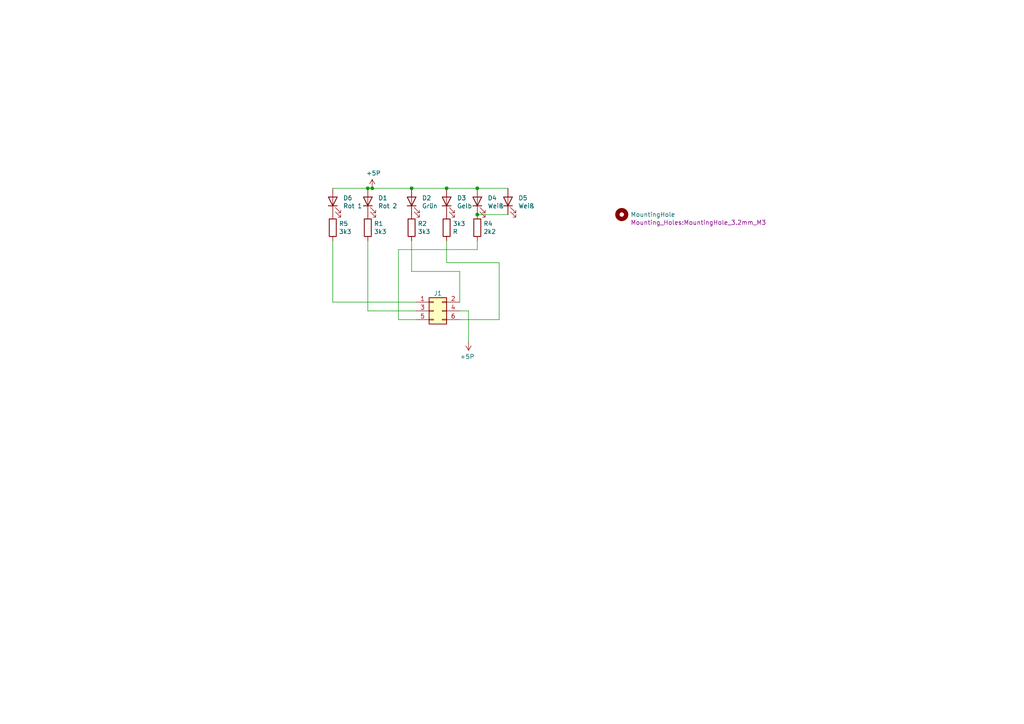
<source format=kicad_sch>
(kicad_sch (version 20211123) (generator eeschema)
  (paper "A4")
  (lib_symbols
    (symbol "Connector_Generic:Conn_02x03_Odd_Even" (pin_names (offset 1.016) hide)
      (property "Reference" "J" (at 1.27 5.08 0))
      (property "Value" "Conn_02x03_Odd_Even" (at 1.27 -5.08 0))
      (symbol "Conn_02x03_Odd_Even_1_1"
        (rectangle (start -1.27 -2.413) (end 0 -2.667) (stroke (width 0.1524)))
        (rectangle (start -1.27 0.127) (end 0 -0.127) (stroke (width 0.1524)))
        (rectangle (start -1.27 2.667) (end 0 2.413) (stroke (width 0.1524)))
        (rectangle (start -1.27 3.81) (end 3.81 -3.81) (stroke (width 0.254)) (fill (type background)))
        (rectangle (start 3.81 -2.413) (end 2.54 -2.667) (stroke (width 0.1524)))
        (rectangle (start 3.81 0.127) (end 2.54 -0.127) (stroke (width 0.1524)))
        (rectangle (start 3.81 2.667) (end 2.54 2.413) (stroke (width 0.1524)))
        (pin passive line (at -5.08 2.54 0) (length 3.81) (name "Pin_1") (number "1"))
        (pin passive line (at 7.62 2.54 180) (length 3.81) (name "Pin_2") (number "2"))
        (pin passive line (at -5.08 0 0) (length 3.81) (name "Pin_3") (number "3"))
        (pin passive line (at 7.62 0 180) (length 3.81) (name "Pin_4") (number "4"))
        (pin passive line (at -5.08 -2.54 0) (length 3.81) (name "Pin_5") (number "5"))
        (pin passive line (at 7.62 -2.54 180) (length 3.81) (name "Pin_6") (number "6"))
      )
    )
    (symbol "Device:LED" (pin_numbers hide) (pin_names (offset 1.016) hide)
      (property "Reference" "D" (at 0 2.54 0))
      (property "Value" "LED" (at 0 -2.54 0))
      (symbol "LED_0_1"
        (polyline (pts (xy -1.27 -1.27) (xy -1.27 1.27)) (stroke (width 0.254)))
        (polyline (pts (xy -1.27 0) (xy 1.27 0)))
        (polyline (pts (xy 1.27 -1.27) (xy 1.27 1.27) (xy -1.27 0) (xy 1.27 -1.27)) (stroke (width 0.254)))
        (polyline (pts (xy -3.048 -0.762) (xy -4.572 -2.286) (xy -3.81 -2.286) (xy -4.572 -2.286) (xy -4.572 -1.524)))
        (polyline (pts (xy -1.778 -0.762) (xy -3.302 -2.286) (xy -2.54 -2.286) (xy -3.302 -2.286) (xy -3.302 -1.524)))
      )
      (symbol "LED_1_1"
        (pin passive line (at -3.81 0 0) (length 2.54) (name "K") (number "1"))
        (pin passive line (at 3.81 0 180) (length 2.54) (name "A") (number "2"))
      )
    )
    (symbol "Device:R" (pin_numbers hide) (pin_names (offset 0))
      (property "Reference" "R" (at 2.032 0 90))
      (property "Value" "R" (at 0 0 90))
      (symbol "R_0_1"
        (rectangle (start -1.016 -2.54) (end 1.016 2.54) (stroke (width 0.254)))
      )
      (symbol "R_1_1"
        (pin passive line (at 0 3.81 270) (length 1.27) (name "~") (number "1"))
        (pin passive line (at 0 -3.81 90) (length 1.27) (name "~") (number "2"))
      )
    )
    (symbol "Mechanical:MountingHole" (pin_names (offset 1.016))
      (property "Reference" "H" (at 0 5.08 0))
      (property "Value" "MountingHole" (at 0 3.175 0))
      (symbol "MountingHole_0_1"
        (circle (center 0 0) (radius 1.27) (stroke (width 1.27)))
      )
    )
    (symbol "power:+5P" (power) (pin_names (offset 0))
      (property "Value" "+5P" (at 0 3.556 0))
      (symbol "+5P_0_1"
        (polyline (pts (xy -0.762 1.27) (xy 0 2.54)))
        (polyline (pts (xy 0 0) (xy 0 2.54)))
        (polyline (pts (xy 0 2.54) (xy 0.762 1.27)))
      )
      (symbol "+5P_1_1"
        (pin power_in line (at 0 0 90) (length 0) hide (name "+5P") (number "1"))
      )
    )
  )
  (junction (at 106.68 54.61))
  (junction (at 119.38 54.61))
  (junction (at 138.43 62.23))
  (junction (at 129.54 54.61))
  (junction (at 138.43 54.61))
  (junction (at 107.95 54.61))
  (wire (pts (xy 106.68 90.17) (xy 120.65 90.17)))
  (wire (pts (xy 147.32 54.61) (xy 138.43 54.61)))
  (wire (pts (xy 119.38 78.74) (xy 133.35 78.74)))
  (wire (pts (xy 115.57 72.39) (xy 138.43 72.39)))
  (wire (pts (xy 115.57 72.39) (xy 115.57 92.71)))
  (wire (pts (xy 144.78 92.71) (xy 133.35 92.71)))
  (wire (pts (xy 96.52 87.63) (xy 120.65 87.63)))
  (wire (pts (xy 107.95 54.61) (xy 119.38 54.61)))
  (wire (pts (xy 135.89 90.17) (xy 135.89 99.06)))
  (wire (pts (xy 133.35 90.17) (xy 135.89 90.17)))
  (wire (pts (xy 107.95 54.61) (xy 106.68 54.61)))
  (wire (pts (xy 96.52 54.61) (xy 106.68 54.61)))
  (wire (pts (xy 133.35 78.74) (xy 133.35 87.63)))
  (wire (pts (xy 129.54 69.85) (xy 129.54 76.2)))
  (wire (pts (xy 138.43 62.23) (xy 147.32 62.23)))
  (wire (pts (xy 115.57 92.71) (xy 120.65 92.71)))
  (wire (pts (xy 129.54 76.2) (xy 144.78 76.2)))
  (wire (pts (xy 144.78 76.2) (xy 144.78 92.71)))
  (wire (pts (xy 106.68 90.17) (xy 106.68 69.85)))
  (wire (pts (xy 119.38 78.74) (xy 119.38 69.85)))
  (wire (pts (xy 119.38 54.61) (xy 129.54 54.61)))
  (wire (pts (xy 138.43 72.39) (xy 138.43 69.85)))
  (wire (pts (xy 96.52 69.85) (xy 96.52 87.63)))
  (wire (pts (xy 129.54 54.61) (xy 138.43 54.61)))
  (symbol (lib_id "power:+5P") (at 107.95 54.61 0) (unit 1)
    (property "Reference" "#PWR0101" (effects hide))
    (property "Value" "+5P" (at 108.331 50.2158 0))
  )
  (symbol (lib_id "Device:LED") (at 106.68 58.42 90) (unit 1)
    (property "Reference" "D1" (at 109.6772 57.4294 90) (effects (justify right)))
    (property "Value" "Rot 2" (at 109.6772 59.7408 90) (effects (justify right)))
    (property "Footprint" "LEDs:LED_D3.0mm" (effects hide))
  )
  (symbol (lib_id "Device:R") (at 106.68 66.04 0) (unit 1)
    (property "Reference" "R1" (at 108.458 64.8716 0) (effects (justify left)))
    (property "Value" "3k3" (at 108.458 67.183 0) (effects (justify left)))
    (property "Footprint" "Resistors_THT:R_Axial_DIN0204_L3.6mm_D1.6mm_P7.62mm_Horizontal" (effects hide))
  )
  (symbol (lib_id "Device:LED") (at 119.38 58.42 90) (unit 1)
    (property "Reference" "D2" (at 122.3772 57.4294 90) (effects (justify right)))
    (property "Value" "Grün" (at 122.3772 59.7408 90) (effects (justify right)))
    (property "Footprint" "LEDs:LED_D3.0mm" (effects hide))
  )
  (symbol (lib_id "Device:R") (at 119.38 66.04 0) (unit 1)
    (property "Reference" "R2" (at 121.158 64.8716 0) (effects (justify left)))
    (property "Value" "3k3" (at 121.158 67.183 0) (effects (justify left)))
    (property "Footprint" "Resistors_THT:R_Axial_DIN0204_L3.6mm_D1.6mm_P7.62mm_Horizontal" (effects hide))
  )
  (symbol (lib_id "Device:LED") (at 129.54 58.42 90) (unit 1)
    (property "Reference" "D3" (at 132.5372 57.4294 90) (effects (justify right)))
    (property "Value" "Gelb" (at 132.5372 59.7408 90) (effects (justify right)))
    (property "Footprint" "LEDs:LED_D3.0mm" (effects hide))
  )
  (symbol (lib_id "Device:R") (at 129.54 66.04 0) (unit 1)
    (property "Reference" "3k3" (at 131.318 64.8716 0) (effects (justify left)))
    (property "Value" "R" (at 131.318 67.183 0) (effects (justify left)))
    (property "Footprint" "Resistors_THT:R_Axial_DIN0204_L3.6mm_D1.6mm_P7.62mm_Horizontal" (effects hide))
  )
  (symbol (lib_id "Device:LED") (at 138.43 58.42 90) (unit 1)
    (property "Reference" "D4" (at 141.4272 57.4294 90) (effects (justify right)))
    (property "Value" "Weiß" (at 141.4272 59.7408 90) (effects (justify right)))
    (property "Footprint" "LEDs:LED_D3.0mm" (effects hide))
  )
  (symbol (lib_id "Device:R") (at 138.43 66.04 0) (unit 1)
    (property "Reference" "R4" (at 140.208 64.8716 0) (effects (justify left)))
    (property "Value" "2k2" (at 140.208 67.183 0) (effects (justify left)))
    (property "Footprint" "Resistors_THT:R_Axial_DIN0204_L3.6mm_D1.6mm_P7.62mm_Horizontal" (effects hide))
  )
  (symbol (lib_id "Device:LED") (at 147.32 58.42 90) (unit 1)
    (property "Reference" "D5" (at 150.3172 57.4294 90) (effects (justify right)))
    (property "Value" "Weiß" (at 150.3172 59.7408 90) (effects (justify right)))
    (property "Footprint" "LEDs:LED_D3.0mm" (effects hide))
  )
  (symbol (lib_id "Connector_Generic:Conn_02x03_Odd_Even") (at 125.73 90.17 0) (unit 1)
    (property "Reference" "J1" (at 127 85.09 0))
    (property "Value" "Conn_02x03_Odd_Even" (effects hide))
    (property "Footprint" "Connectors_IDC:IDC-Header_2x03_P2.54mm_Horizontal" (effects hide))
  )
  (symbol (lib_id "Device:LED") (at 96.52 58.42 90) (unit 1)
    (property "Reference" "D6" (at 99.5172 57.4294 90) (effects (justify right)))
    (property "Value" "Rot 1" (at 99.5172 59.7408 90) (effects (justify right)))
    (property "Footprint" "LEDs:LED_D3.0mm" (effects hide))
  )
  (symbol (lib_id "Device:R") (at 96.52 66.04 0) (unit 1)
    (property "Reference" "R5" (at 98.298 64.8716 0) (effects (justify left)))
    (property "Value" "3k3" (at 98.298 67.183 0) (effects (justify left)))
    (property "Footprint" "Resistors_THT:R_Axial_DIN0204_L3.6mm_D1.6mm_P7.62mm_Horizontal" (effects hide))
  )
  (symbol (lib_id "power:+5P") (at 135.89 99.06 180) (unit 1)
    (property "Reference" "#PWR0102" (effects hide))
    (property "Value" "+5P" (at 135.509 103.4542 0))
  )
  (symbol (lib_id "Mechanical:MountingHole") (at 180.34 62.23 0) (unit 1)
    (property "Reference" "H1" (effects hide))
    (property "Value" "MountingHole" (at 182.88 62.23 0) (effects (justify left)))
    (property "Footprint" "Mounting_Holes:MountingHole_3.2mm_M3" (at 182.88 64.5414 0) (effects (justify left)))
  )
)
</source>
